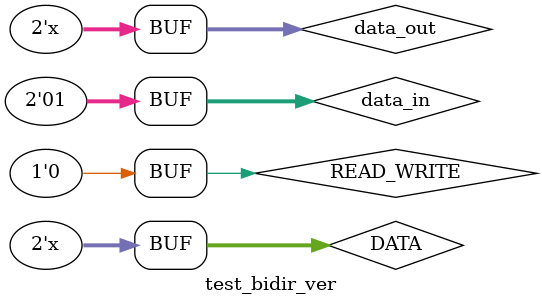
<source format=v>
`timescale 1ns / 1ps


module test_bidir_ver;

	// Inputs
	reg READ_WRITE;

	// Bidirs
	wire [1:0] DATA, data_out;
	
	// reg
	reg [1:0] data_in;

	// Instantiate the Unit Under Test (UUT)
	bidir_infer uut (
		.READ_WRITE(READ_WRITE), 
		.DATA(DATA)
	);

	assign DATA 		= (READ_WRITE == 1) ? data_in 	: 2'bZ;
	assign data_out 	= (READ_WRITE == 0) ? DATA 		: 2'bZ;
		
	initial begin
		// Initialize Inputs
		READ_WRITE = 0;

		// Wait 100 ns for global reset to finish
		#100;
        
		// Add stimulus here
		
		READ_WRITE 			= 1;
		data_in 				= 11;
		#50 READ_WRITE 	= 0;
		#50 data_in			= 10;
		#50 READ_WRITE 	= 1;
		#50 data_in			= 01;
		#50 READ_WRITE 	= 0;
		
	end
      
endmodule


</source>
